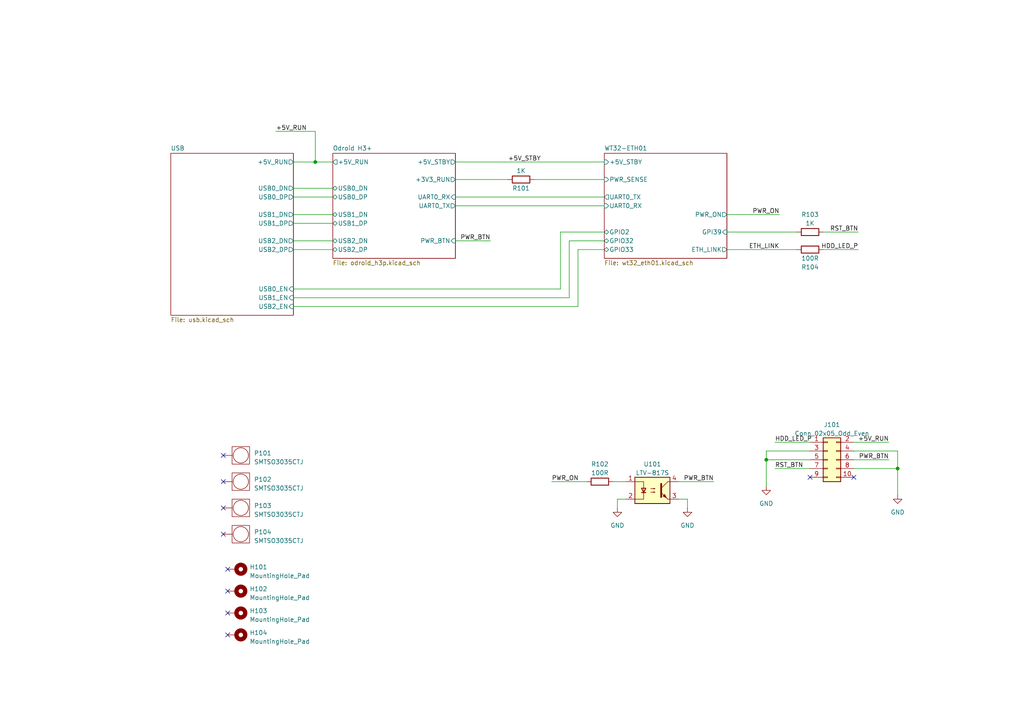
<source format=kicad_sch>
(kicad_sch (version 20230121) (generator eeschema)
  (paper "A4")
  (title_block (title "ODROID H3(+) mITX adapter") (date "2023-05-07") (rev "1.0.0") (company "ITENG") (comment 1 "R.M.B."))
  (lib_symbols
    (symbol "Device:R" (pin_numbers hide) (pin_names (offset 0))
      (property "Reference" "R" (at 2.032 0 90))
      (property "Value" "R" (at 0 0 90))
      (symbol "R_0_1"
        (rectangle (start -1.016 -2.54) (end 1.016 2.54) (stroke (width 0.254)))
      )
      (symbol "R_1_1"
        (pin passive line (at 0 3.81 270) (length 1.27) (name "~") (number "1"))
        (pin passive line (at 0 -3.81 90) (length 1.27) (name "~") (number "2"))
      )
    )
    (symbol "Isolator:LTV-817S" (pin_names (offset 1.016))
      (property "Reference" "U" (at -3.81 5.08 0))
      (property "Value" "LTV-817S" (at 0 -5.08 0))
      (symbol "LTV-817S_1_1"
        (rectangle (start -5.08 3.81) (end 5.08 -3.81) (stroke (width 0.254)) (fill (type background)))
        (polyline (pts (xy -3.175 -0.635) (xy -1.905 -0.635)) (stroke (width 0.254)))
        (polyline (pts (xy 2.54 0.635) (xy 4.445 2.54)))
        (polyline (pts (xy 4.445 -2.54) (xy 2.54 -0.635)) (fill (type outline)))
        (polyline (pts (xy 4.445 -2.54) (xy 5.08 -2.54)))
        (polyline (pts (xy 4.445 2.54) (xy 5.08 2.54)))
        (polyline (pts (xy -5.08 2.54) (xy -2.54 2.54) (xy -2.54 -0.762)))
        (polyline (pts (xy -2.54 -0.635) (xy -2.54 -2.54) (xy -5.08 -2.54)))
        (polyline (pts (xy 2.54 1.905) (xy 2.54 -1.905) (xy 2.54 -1.905)) (stroke (width 0.508)))
        (polyline (pts (xy -2.54 -0.635) (xy -3.175 0.635) (xy -1.905 0.635) (xy -2.54 -0.635)) (stroke (width 0.254)))
        (polyline (pts (xy -0.508 -0.508) (xy 0.762 -0.508) (xy 0.381 -0.635) (xy 0.381 -0.381) (xy 0.762 -0.508)))
        (polyline (pts (xy -0.508 0.508) (xy 0.762 0.508) (xy 0.381 0.381) (xy 0.381 0.635) (xy 0.762 0.508)))
        (polyline (pts (xy 3.048 -1.651) (xy 3.556 -1.143) (xy 4.064 -2.159) (xy 3.048 -1.651) (xy 3.048 -1.651)) (fill (type outline)))
        (pin passive line (at -7.62 2.54 0) (length 2.54) (name "~") (number "1"))
        (pin passive line (at -7.62 -2.54 0) (length 2.54) (name "~") (number "2"))
        (pin passive line (at 7.62 -2.54 180) (length 2.54) (name "~") (number "3"))
        (pin passive line (at 7.62 2.54 180) (length 2.54) (name "~") (number "4"))
      )
    )
    (symbol "Mechanical:MountingHole_Pad" (pin_numbers hide) (pin_names (offset 1.016) hide)
      (property "Reference" "H" (at 0 6.35 0))
      (property "Value" "MountingHole_Pad" (at 0 4.445 0))
      (symbol "MountingHole_Pad_0_1"
        (circle (center 0 1.27) (radius 1.27) (stroke (width 1.27)))
      )
      (symbol "MountingHole_Pad_1_1"
        (pin input line (at 0 -2.54 90) (length 2.54) (name "1") (number "1"))
      )
    )
    (symbol "odroid_h3_uitx_adapter:Conn_02x05_Odd_Even" (pin_names (offset 1.016) hide)
      (property "Reference" "J" (at 0 7.62 0))
      (property "Value" "Conn_02x05_Odd_Even" (at 0 -7.62 0))
      (symbol "Conn_02x05_Odd_Even_1_1"
        (rectangle (start -2.54 -4.953) (end -1.27 -5.207) (stroke (width 0.1524)))
        (rectangle (start -2.54 -2.413) (end -1.27 -2.667) (stroke (width 0.1524)))
        (rectangle (start -2.54 0.127) (end -1.27 -0.127) (stroke (width 0.1524)))
        (rectangle (start -2.54 2.667) (end -1.27 2.413) (stroke (width 0.1524)))
        (rectangle (start -2.54 5.207) (end -1.27 4.953) (stroke (width 0.1524)))
        (rectangle (start -2.54 6.35) (end 2.54 -6.35) (stroke (width 0.254)) (fill (type background)))
        (rectangle (start 2.54 -4.953) (end 1.27 -5.207) (stroke (width 0.1524)))
        (rectangle (start 2.54 -2.413) (end 1.27 -2.667) (stroke (width 0.1524)))
        (rectangle (start 2.54 0.127) (end 1.27 -0.127) (stroke (width 0.1524)))
        (rectangle (start 2.54 2.667) (end 1.27 2.413) (stroke (width 0.1524)))
        (rectangle (start 2.54 5.207) (end 1.27 4.953) (stroke (width 0.1524)))
        (pin passive line (at -6.35 5.08 0) (length 3.81) (name "Pin_1") (number "1"))
        (pin passive line (at 6.35 -5.08 180) (length 3.81) (name "Pin_10") (number "10"))
        (pin passive line (at 6.35 5.08 180) (length 3.81) (name "Pin_2") (number "2"))
        (pin passive line (at -6.35 2.54 0) (length 3.81) (name "Pin_3") (number "3"))
        (pin passive line (at 6.35 2.54 180) (length 3.81) (name "Pin_4") (number "4"))
        (pin passive line (at -6.35 0 0) (length 3.81) (name "Pin_5") (number "5"))
        (pin passive line (at 6.35 0 180) (length 3.81) (name "Pin_6") (number "6"))
        (pin passive line (at -6.35 -2.54 0) (length 3.81) (name "Pin_7") (number "7"))
        (pin passive line (at 6.35 -2.54 180) (length 3.81) (name "Pin_8") (number "8"))
        (pin passive line (at -6.35 -5.08 0) (length 3.81) (name "Pin_9") (number "9"))
      )
    )
    (symbol "odroid_h3_uitx_adapter:SMTSO3035CTJ" (pin_numbers hide) (pin_names (offset 1.016) hide)
      (property "Reference" "P" (at -1.27 3.81 0))
      (property "Value" "SMTSO3035CTJ" (at 1.27 -3.81 0))
      (symbol "SMTSO3035CTJ_1_1"
        (rectangle (start -1.27 2.54) (end 3.81 -2.54) (stroke (width 0.1524)))
        (circle (center 1.27 0) (radius 2.2098) (stroke (width 0.1524)))
        (pin input line (at -3.81 0 0) (length 2.54) (name "1") (number "1"))
      )
    )
    (symbol "power:GND" (power) (pin_names (offset 0))
      (property "Value" "GND" (at 0 -3.81 0))
      (symbol "GND_0_1"
        (polyline (pts (xy 0 0) (xy 0 -1.27) (xy 1.27 -1.27) (xy 0 -2.54) (xy -1.27 -1.27) (xy 0 -1.27)))
      )
      (symbol "GND_1_1"
        (pin power_in line (at 0 0 270) (length 0) hide (name "GND") (number "1"))
      )
    )
  )
  (junction (at 91.44 46.99))
  (junction (at 222.25 133.35))
  (junction (at 260.35 135.89))
  (no_connect (at 234.95 138.43))
  (no_connect (at 66.04 165.1))
  (no_connect (at 66.04 184.15))
  (no_connect (at 247.65 138.43))
  (no_connect (at 64.77 132.08))
  (no_connect (at 64.77 139.7))
  (no_connect (at 64.77 147.32))
  (no_connect (at 66.04 177.8))
  (no_connect (at 66.04 171.45))
  (no_connect (at 64.77 154.94))
  (wire (pts (xy 162.56 83.82) (xy 85.09 83.82)))
  (wire (pts (xy 160.02 139.7) (xy 170.18 139.7)))
  (wire (pts (xy 175.26 52.07) (xy 154.94 52.07)))
  (wire (pts (xy 224.79 128.27) (xy 234.95 128.27)))
  (wire (pts (xy 222.25 130.81) (xy 234.95 130.81)))
  (wire (pts (xy 175.26 67.31) (xy 162.56 67.31)))
  (wire (pts (xy 165.1 86.36) (xy 165.1 69.85)))
  (wire (pts (xy 210.82 72.39) (xy 231.14 72.39)))
  (wire (pts (xy 132.08 46.99) (xy 175.26 46.99)))
  (wire (pts (xy 248.92 72.39) (xy 238.76 72.39)))
  (wire (pts (xy 222.25 130.81) (xy 222.25 133.35)))
  (wire (pts (xy 177.8 139.7) (xy 181.61 139.7)))
  (wire (pts (xy 132.08 52.07) (xy 147.32 52.07)))
  (wire (pts (xy 179.07 144.78) (xy 181.61 144.78)))
  (wire (pts (xy 167.64 72.39) (xy 167.64 88.9)))
  (wire (pts (xy 260.35 135.89) (xy 247.65 135.89)))
  (wire (pts (xy 85.09 64.77) (xy 96.52 64.77)))
  (wire (pts (xy 85.09 46.99) (xy 91.44 46.99)))
  (wire (pts (xy 85.09 62.23) (xy 96.52 62.23)))
  (wire (pts (xy 167.64 88.9) (xy 85.09 88.9)))
  (wire (pts (xy 91.44 38.1) (xy 91.44 46.99)))
  (wire (pts (xy 257.81 128.27) (xy 247.65 128.27)))
  (wire (pts (xy 199.39 144.78) (xy 196.85 144.78)))
  (wire (pts (xy 132.08 57.15) (xy 175.26 57.15)))
  (wire (pts (xy 85.09 86.36) (xy 165.1 86.36)))
  (wire (pts (xy 260.35 130.81) (xy 260.35 135.89)))
  (wire (pts (xy 199.39 144.78) (xy 199.39 147.32)))
  (wire (pts (xy 80.01 38.1) (xy 91.44 38.1)))
  (wire (pts (xy 142.24 69.85) (xy 132.08 69.85)))
  (wire (pts (xy 165.1 69.85) (xy 175.26 69.85)))
  (wire (pts (xy 238.76 67.31) (xy 248.92 67.31)))
  (wire (pts (xy 162.56 67.31) (xy 162.56 83.82)))
  (wire (pts (xy 85.09 72.39) (xy 96.52 72.39)))
  (wire (pts (xy 210.82 62.23) (xy 226.06 62.23)))
  (wire (pts (xy 207.01 139.7) (xy 196.85 139.7)))
  (wire (pts (xy 247.65 130.81) (xy 260.35 130.81)))
  (wire (pts (xy 85.09 69.85) (xy 96.52 69.85)))
  (wire (pts (xy 210.82 67.31) (xy 231.14 67.31)))
  (wire (pts (xy 175.26 72.39) (xy 167.64 72.39)))
  (wire (pts (xy 85.09 54.61) (xy 96.52 54.61)))
  (wire (pts (xy 260.35 135.89) (xy 260.35 143.51)))
  (wire (pts (xy 91.44 46.99) (xy 96.52 46.99)))
  (wire (pts (xy 179.07 144.78) (xy 179.07 147.32)))
  (wire (pts (xy 257.81 133.35) (xy 247.65 133.35)))
  (wire (pts (xy 132.08 59.69) (xy 175.26 59.69)))
  (wire (pts (xy 222.25 133.35) (xy 222.25 140.97)))
  (wire (pts (xy 234.95 135.89) (xy 224.79 135.89)))
  (wire (pts (xy 85.09 57.15) (xy 96.52 57.15)))
  (wire (pts (xy 222.25 133.35) (xy 234.95 133.35)))
  (label "HDD_LED_P" (at 248.92 72.39 180))
  (label "PWR_BTN" (at 207.01 139.7 180))
  (label "RST_BTN" (at 224.79 135.89 0))
  (label "PWR_ON" (at 160.02 139.7 0))
  (label "+5V_RUN" (at 80.01 38.1 0))
  (label "PWR_BTN" (at 142.24 69.85 180))
  (label "ETH_LINK" (at 226.06 72.39 180))
  (label "+5V_STBY" (at 147.32 46.99 0))
  (label "PWR_BTN" (at 257.81 133.35 180))
  (label "+5V_RUN" (at 257.81 128.27 180))
  (label "HDD_LED_P" (at 224.79 128.27 0))
  (label "RST_BTN" (at 248.92 67.31 180))
  (label "PWR_ON" (at 226.06 62.23 180))
  (symbol (lib_id "Mechanical:MountingHole_Pad") (at 68.58 184.15 270) (unit 1)
    (property "Reference" "H104" (at 72.39 183.515 90) (effects (justify left)))
    (property "Value" "MountingHole_Pad" (at 72.39 186.055 90) (effects (justify left)))
    (property "Footprint" "MountingHole:MountingHole_4mm_Pad_Via" (effects hide))
  )
  (symbol (lib_id "odroid_h3_uitx_adapter:SMTSO3035CTJ") (at 68.58 132.08 0) (unit 1)
    (property "Reference" "P101" (at 73.66 131.445 0) (effects (justify left)))
    (property "Value" "SMTSO3035CTJ" (at 73.66 133.985 0) (effects (justify left)))
    (property "Footprint" "odroid_h3_uitx_adapter:SMD_BD5.6-D4.1" (effects hide))
    (property "LCSC" "C2916333" (effects hide))
  )
  (symbol (lib_id "Device:R") (at 173.99 139.7 90) (unit 1)
    (property "Reference" "R102" (at 173.99 134.62 90))
    (property "Value" "100R" (at 173.99 137.16 90))
    (property "Footprint" "Resistor_SMD:R_0402_1005Metric" (effects hide))
    (property "LCSC" "C25076" (effects hide))
  )
  (symbol (lib_id "power:GND") (at 260.35 143.51 0) (mirror y) (unit 1)
    (property "Reference" "#PWR0104" (effects hide))
    (property "Value" "GND" (at 260.35 148.59 0))
  )
  (symbol (lib_id "Mechanical:MountingHole_Pad") (at 68.58 171.45 270) (unit 1)
    (property "Reference" "H102" (at 72.39 170.815 90) (effects (justify left)))
    (property "Value" "MountingHole_Pad" (at 72.39 173.355 90) (effects (justify left)))
    (property "Footprint" "MountingHole:MountingHole_4mm_Pad_Via" (effects hide))
  )
  (symbol (lib_id "odroid_h3_uitx_adapter:SMTSO3035CTJ") (at 68.58 139.7 0) (unit 1)
    (property "Reference" "P102" (at 73.66 139.065 0) (effects (justify left)))
    (property "Value" "SMTSO3035CTJ" (at 73.66 141.605 0) (effects (justify left)))
    (property "Footprint" "odroid_h3_uitx_adapter:SMD_BD5.6-D4.1" (effects hide))
    (property "LCSC" "C2916333" (effects hide))
  )
  (symbol (lib_id "power:GND") (at 179.07 147.32 0) (unit 1)
    (property "Reference" "#PWR0101" (effects hide))
    (property "Value" "GND" (at 179.07 152.4 0))
  )
  (symbol (lib_id "Device:R") (at 151.13 52.07 270) (mirror x) (unit 1)
    (property "Reference" "R101" (at 151.13 54.61 90))
    (property "Value" "1K" (at 151.13 49.53 90))
    (property "Footprint" "Resistor_SMD:R_0402_1005Metric" (effects hide))
    (property "LCSC" "C11702" (effects hide))
  )
  (symbol (lib_id "Device:R") (at 234.95 67.31 90) (unit 1)
    (property "Reference" "R103" (at 234.95 62.23 90))
    (property "Value" "1K" (at 234.95 64.77 90))
    (property "Footprint" "Resistor_SMD:R_0402_1005Metric" (effects hide))
    (property "LCSC" "C11702" (effects hide))
  )
  (symbol (lib_id "power:GND") (at 199.39 147.32 0) (mirror y) (unit 1)
    (property "Reference" "#PWR0102" (effects hide))
    (property "Value" "GND" (at 199.39 152.4 0))
  )
  (symbol (lib_id "Mechanical:MountingHole_Pad") (at 68.58 165.1 270) (unit 1)
    (property "Reference" "H101" (at 72.39 164.465 90) (effects (justify left)))
    (property "Value" "MountingHole_Pad" (at 72.39 167.005 90) (effects (justify left)))
    (property "Footprint" "MountingHole:MountingHole_4mm_Pad_Via" (effects hide))
  )
  (symbol (lib_id "Mechanical:MountingHole_Pad") (at 68.58 177.8 270) (unit 1)
    (property "Reference" "H103" (at 72.39 177.165 90) (effects (justify left)))
    (property "Value" "MountingHole_Pad" (at 72.39 179.705 90) (effects (justify left)))
    (property "Footprint" "MountingHole:MountingHole_4mm_Pad_Via" (effects hide))
  )
  (symbol (lib_id "odroid_h3_uitx_adapter:SMTSO3035CTJ") (at 68.58 154.94 0) (unit 1)
    (property "Reference" "P104" (at 73.66 154.305 0) (effects (justify left)))
    (property "Value" "SMTSO3035CTJ" (at 73.66 156.845 0) (effects (justify left)))
    (property "Footprint" "odroid_h3_uitx_adapter:SMD_BD5.6-D4.1" (effects hide))
    (property "LCSC" "C2916333" (effects hide))
  )
  (symbol (lib_id "odroid_h3_uitx_adapter:Conn_02x05_Odd_Even") (at 241.3 133.35 0) (unit 1)
    (property "Reference" "J101" (at 241.3 123.19 0))
    (property "Value" "Conn_02x05_Odd_Even" (at 241.3 125.73 0))
    (property "Footprint" "odroid_h3_uitx_adapter:PinHeader_2x05_P2.54mm_Vertical" (effects hide))
    (property "LCSC" "C2829881" (effects hide))
  )
  (symbol (lib_id "Isolator:LTV-817S") (at 189.23 142.24 0) (unit 1)
    (property "Reference" "U101" (at 189.23 134.62 0))
    (property "Value" "LTV-817S" (at 189.23 137.16 0))
    (property "Footprint" "Package_DIP:SMDIP-4_W9.53mm" (effects hide))
    (property "Datasheet" "http://www.us.liteon.com/downloads/LTV-817-827-847.PDF" (effects hide))
    (property "LCSC" "C106900" (effects hide))
  )
  (symbol (lib_id "power:GND") (at 222.25 140.97 0) (unit 1)
    (property "Reference" "#PWR0103" (effects hide))
    (property "Value" "GND" (at 222.25 146.05 0))
  )
  (symbol (lib_id "odroid_h3_uitx_adapter:SMTSO3035CTJ") (at 68.58 147.32 0) (unit 1)
    (property "Reference" "P103" (at 73.66 146.685 0) (effects (justify left)))
    (property "Value" "SMTSO3035CTJ" (at 73.66 149.225 0) (effects (justify left)))
    (property "Footprint" "odroid_h3_uitx_adapter:SMD_BD5.6-D4.1" (effects hide))
    (property "LCSC" "C2916333" (effects hide))
  )
  (symbol (lib_id "Device:R") (at 234.95 72.39 90) (mirror x) (unit 1)
    (property "Reference" "R104" (at 234.95 77.47 90))
    (property "Value" "100R" (at 234.95 74.93 90))
    (property "Footprint" "Resistor_SMD:R_0402_1005Metric" (effects hide))
    (property "LCSC" "C25076" (effects hide))
  )
  (sheet (at 175.26 44.45) (size 35.56 30.48) (stroke (width 0.1524))
    (property "Sheetname" "WT32-ETH01" (at 175.26 43.7384 0) (effects (justify left bottom)))
    (property "Sheetfile" "wt32_eth01.kicad_sch" (at 175.26 75.5146 0) (effects (justify left top)))
    (pin "+5V_STBY" input (at 175.26 46.99 180))
    (pin "UART0_TX" output (at 175.26 57.15 180))
    (pin "UART0_RX" input (at 175.26 59.69 180))
    (pin "PWR_SENSE" input (at 175.26 52.07 180))
    (pin "PWR_ON" output (at 210.82 62.23 0))
    (pin "GPIO2" bidirectional (at 175.26 67.31 180))
    (pin "GPIO32" bidirectional (at 175.26 69.85 180))
    (pin "GPIO33" bidirectional (at 175.26 72.39 180))
    (pin "GPI39" input (at 210.82 67.31 0))
    (pin "ETH_LINK" output (at 210.82 72.39 0))
  )
  (sheet (at 96.52 44.45) (size 35.56 30.48) (stroke (width 0.1524))
    (property "Sheetname" "Odroid H3+" (at 96.52 43.7384 0) (effects (justify left bottom)))
    (property "Sheetfile" "odroid_h3p.kicad_sch" (at 96.52 75.5146 0) (effects (justify left top)))
    (pin "USB1_DN" bidirectional (at 96.52 62.23 180))
    (pin "USB1_DP" bidirectional (at 96.52 64.77 180))
    (pin "PWR_BTN" input (at 132.08 69.85 0))
    (pin "USB2_DP" bidirectional (at 96.52 72.39 180))
    (pin "USB2_DN" bidirectional (at 96.52 69.85 180))
    (pin "USB0_DP" bidirectional (at 96.52 57.15 180))
    (pin "USB0_DN" bidirectional (at 96.52 54.61 180))
    (pin "+5V_STBY" output (at 132.08 46.99 0))
    (pin "+5V_RUN" output (at 96.52 46.99 180))
    (pin "UART0_RX" input (at 132.08 57.15 0))
    (pin "UART0_TX" output (at 132.08 59.69 0))
    (pin "+3V3_RUN" output (at 132.08 52.07 0))
  )
  (sheet (at 49.53 44.45) (size 35.56 46.99) (stroke (width 0.1524))
    (property "Sheetname" "USB" (at 49.53 43.7384 0) (effects (justify left bottom)))
    (property "Sheetfile" "usb.kicad_sch" (at 49.53 92.0246 0) (effects (justify left top)))
    (pin "+5V_RUN" output (at 85.09 46.99 0))
    (pin "USB0_EN" input (at 85.09 83.82 0))
    (pin "USB1_EN" input (at 85.09 86.36 0))
    (pin "USB2_EN" input (at 85.09 88.9 0))
    (pin "USB0_DN" output (at 85.09 54.61 0))
    (pin "USB0_DP" output (at 85.09 57.15 0))
    (pin "USB1_DP" output (at 85.09 64.77 0))
    (pin "USB1_DN" output (at 85.09 62.23 0))
    (pin "USB2_DP" output (at 85.09 72.39 0))
    (pin "USB2_DN" output (at 85.09 69.85 0))
  )
)
</source>
